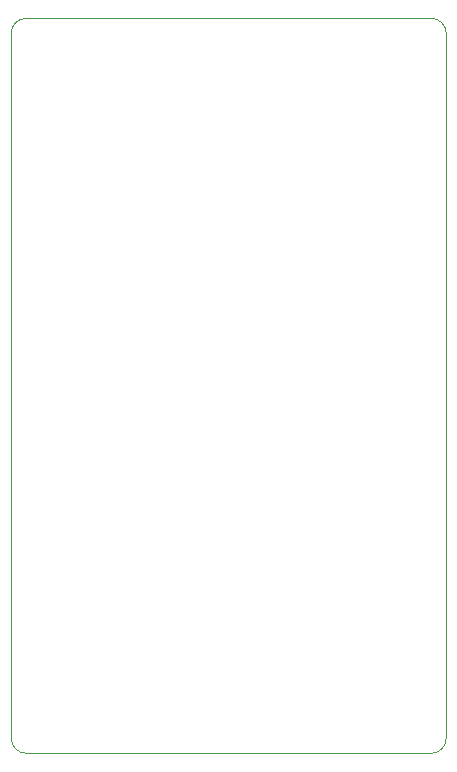
<source format=gbr>
G04 #@! TF.GenerationSoftware,KiCad,Pcbnew,5.1.5*
G04 #@! TF.CreationDate,2020-04-29T16:44:52+03:00*
G04 #@! TF.ProjectId,plikter,706c696b-7465-4722-9e6b-696361645f70,rev?*
G04 #@! TF.SameCoordinates,Original*
G04 #@! TF.FileFunction,Profile,NP*
%FSLAX46Y46*%
G04 Gerber Fmt 4.6, Leading zero omitted, Abs format (unit mm)*
G04 Created by KiCad (PCBNEW 5.1.5) date 2020-04-29 16:44:52*
%MOMM*%
%LPD*%
G04 APERTURE LIST*
%ADD10C,0.050000*%
G04 APERTURE END LIST*
D10*
X55880000Y-58420000D02*
X55880000Y-118110000D01*
X91440000Y-57150000D02*
X57150000Y-57150000D01*
X92710000Y-118110000D02*
X92710000Y-58420000D01*
X57150000Y-119380000D02*
X91440000Y-119380000D01*
X57150000Y-119380000D02*
G75*
G02X55880000Y-118110000I0J1270000D01*
G01*
X92710000Y-118110000D02*
G75*
G02X91440000Y-119380000I-1270000J0D01*
G01*
X55880000Y-58420000D02*
G75*
G02X57150000Y-57150000I1270000J0D01*
G01*
X91440000Y-57150000D02*
G75*
G02X92710000Y-58420000I0J-1270000D01*
G01*
M02*

</source>
